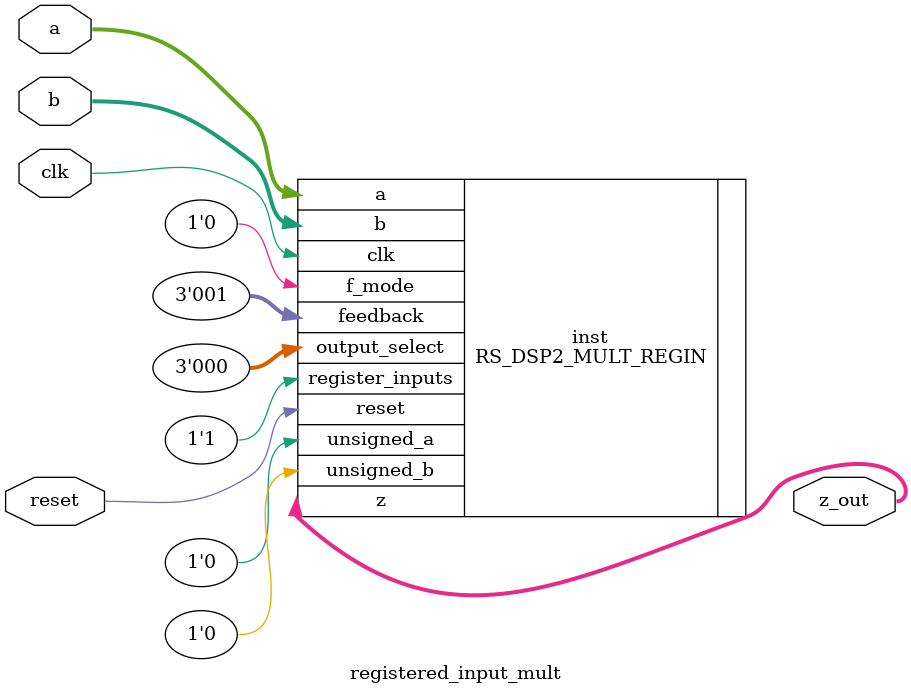
<source format=v>
/* Generated by Yosys 0.18+10 (git sha1 f8419a600, gcc 9.3.1 -fPIC -Os) */

(* top =  1  *)
(* src = "/home/users/amajid/Cases/registered_input_mult/./rtl/registered_input_mult.v:3" *)
module registered_input_mult(clk, reset, b, z_out, a);
  (* src = "/home/users/amajid/Cases/registered_input_mult/./rtl/registered_input_mult.v:5" *)
  input [19:0] a;
  wire [19:0] a;
  (* src = "/home/users/amajid/Cases/registered_input_mult/./rtl/registered_input_mult.v:6" *)
  input [17:0] b;
  wire [17:0] b;
  (* keep = 32'h00000001 *)
  (* src = "/home/users/amajid/Cases/registered_input_mult/./rtl/registered_input_mult.v:4" *)
  input clk;
  wire clk;
  (* src = "/home/users/amajid/Cases/registered_input_mult/./rtl/registered_input_mult.v:4" *)
  input reset;
  wire reset;
  (* src = "/home/users/amajid/Cases/registered_input_mult/./rtl/registered_input_mult.v:7" *)
  output [37:0] z_out;
  wire [37:0] z_out;
  RS_DSP2_MULT_REGIN inst (
    .a(a),
    .b(b),
    .clk(clk),
    .f_mode(1'h0),
    .feedback(3'h1),
    .output_select(3'h0),
    .register_inputs(1'h1),
    .reset(reset),
    .unsigned_a(1'h0),
    .unsigned_b(1'h0),
    .z(z_out)
  );
endmodule

</source>
